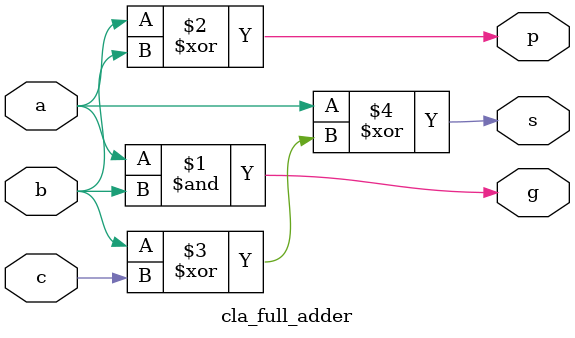
<source format=v>

/*
 * cla_full_adder - 1 bit full adder for carry lookahead
 */

`ifndef _cla_full_adder
`define _cla_full_adder

module cla_full_adder(
		input	a,
		input	b,
		input	c,
		output	g,
		output	p,
		output	s);

	assign g = a & b;
	assign p = a ^ b;
	assign s = a ^ (b ^ c);

endmodule

`endif

</source>
